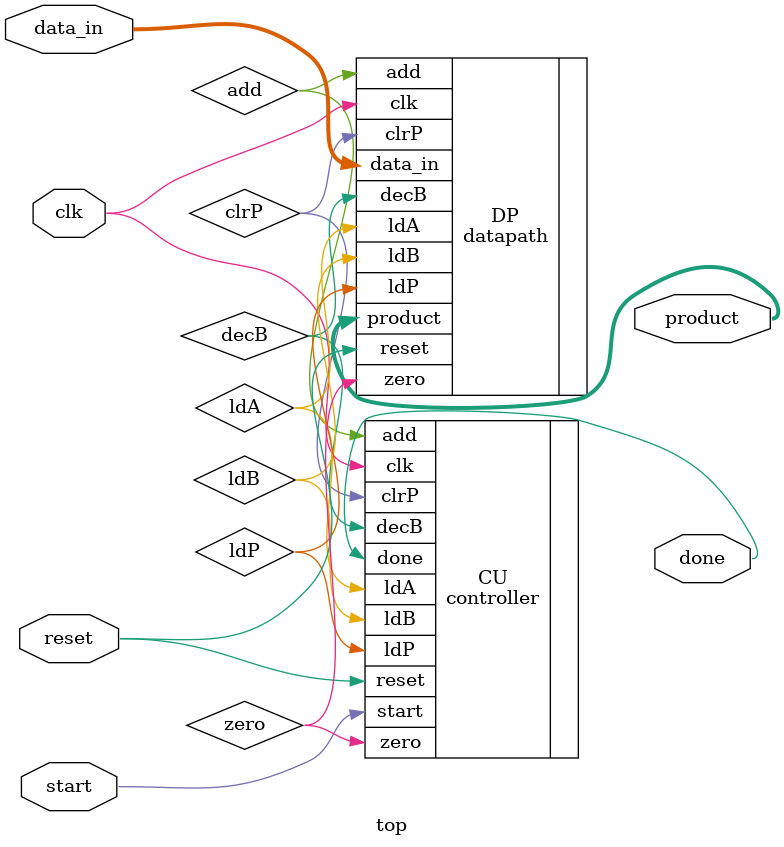
<source format=v>

module top(
    input clk, reset, start,
    input [7:0] data_in,
    output [15:0] product,
    output done
);
    wire ldA, ldB, ldP, clrP, decB, add, zero;

    datapath DP(
        .clk(clk), .reset(reset),
        .ldA(ldA), .ldB(ldB), .ldP(ldP), .clrP(clrP), .decB(decB), .add(add),
        .data_in(data_in), .zero(zero), .product(product)
    );

    controller CU(
        .clk(clk), .reset(reset), .start(start), .zero(zero),
        .ldA(ldA), .ldB(ldB), .ldP(ldP), .clrP(clrP),
        .decB(decB), .add(add), .done(done)
    );
endmodule


</source>
